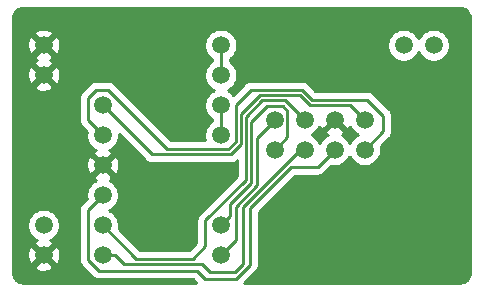
<source format=gbr>
%TF.GenerationSoftware,KiCad,Pcbnew,5.1.9-73d0e3b20d~88~ubuntu20.04.1*%
%TF.CreationDate,2020-12-29T15:57:48-08:00*%
%TF.ProjectId,st_adapter,73745f61-6461-4707-9465-722e6b696361,A*%
%TF.SameCoordinates,Original*%
%TF.FileFunction,Copper,L1,Top*%
%TF.FilePolarity,Positive*%
%FSLAX46Y46*%
G04 Gerber Fmt 4.6, Leading zero omitted, Abs format (unit mm)*
G04 Created by KiCad (PCBNEW 5.1.9-73d0e3b20d~88~ubuntu20.04.1) date 2020-12-29 15:57:48*
%MOMM*%
%LPD*%
G01*
G04 APERTURE LIST*
%TA.AperFunction,ComponentPad*%
%ADD10C,1.520000*%
%TD*%
%TA.AperFunction,ViaPad*%
%ADD11C,0.800000*%
%TD*%
%TA.AperFunction,Conductor*%
%ADD12C,0.250000*%
%TD*%
%TA.AperFunction,Conductor*%
%ADD13C,0.254000*%
%TD*%
%TA.AperFunction,Conductor*%
%ADD14C,0.100000*%
%TD*%
G04 APERTURE END LIST*
D10*
%TO.P,CN2A,102*%
%TO.N,Net-(CN2-Pad102)*%
X101270000Y-91520000D03*
%TO.P,CN2A,101*%
%TO.N,Net-(CN2-Pad101)*%
X98730000Y-91520000D03*
%TO.P,CN2A,52*%
%TO.N,/TX*%
X83250000Y-106760000D03*
%TO.P,CN2A,51*%
%TO.N,/RX*%
X83250000Y-109300000D03*
%TO.P,CN2A,44*%
%TO.N,/SWCLKX*%
X83250000Y-99140000D03*
%TO.P,CN2A,43*%
X83250000Y-96600000D03*
%TO.P,CN2A,42*%
%TO.N,/SWDIOX*%
X83250000Y-94060000D03*
%TO.P,CN2A,41*%
X83250000Y-91520000D03*
%TO.P,CN2A,202*%
%TO.N,Net-(CN2-Pad202)*%
X68250000Y-106760000D03*
%TO.P,CN2A,201*%
%TO.N,/GND*%
X68250000Y-109300000D03*
%TO.P,CN2A,66*%
%TO.N,/SWO*%
X73250000Y-109300000D03*
%TO.P,CN2A,65*%
%TO.N,/NRST*%
X73250000Y-106760000D03*
%TO.P,CN2A,64*%
%TO.N,/SWDIO*%
X73250000Y-104220000D03*
%TO.P,CN2A,63*%
%TO.N,/GND*%
X73250000Y-101680000D03*
%TO.P,CN2A,62*%
%TO.N,/SWCLK*%
X73250000Y-99140000D03*
%TO.P,CN2A,61*%
%TO.N,/3V3*%
X73250000Y-96600000D03*
%TO.P,CN2A,22*%
%TO.N,/GND*%
X68250000Y-94060000D03*
%TO.P,CN2A,21*%
X68250000Y-91520000D03*
%TD*%
%TO.P,CN1,8*%
%TO.N,/TX*%
X87815000Y-100370000D03*
%TO.P,CN1,6*%
%TO.N,/SWO*%
X90355000Y-100370000D03*
%TO.P,CN1,4*%
%TO.N,/SWDIO*%
X92895000Y-100370000D03*
%TO.P,CN1,2*%
%TO.N,/SWCLK*%
X95435000Y-100370000D03*
%TO.P,CN1,7*%
%TO.N,/RX*%
X87815000Y-97830000D03*
%TO.P,CN1,5*%
%TO.N,/NRST*%
X90355000Y-97830000D03*
%TO.P,CN1,3*%
%TO.N,/GND*%
X92895000Y-97830000D03*
%TO.P,CN1,1*%
%TO.N,/3V3*%
X95435000Y-97830000D03*
%TD*%
D11*
%TO.N,/GND*%
X75000000Y-102600000D03*
X91500000Y-94800000D03*
%TD*%
D12*
%TO.N,/TX*%
X84009999Y-106000001D02*
X83250000Y-106760000D01*
X84009999Y-104990001D02*
X84009999Y-106000001D01*
X85850033Y-103149967D02*
X84009999Y-104990001D01*
X85850033Y-98049967D02*
X85850033Y-103149967D01*
X87200000Y-96700000D02*
X85850033Y-98049967D01*
X88900000Y-97100000D02*
X88500000Y-96700000D01*
X88900000Y-99285000D02*
X88900000Y-97100000D01*
X88500000Y-96700000D02*
X87200000Y-96700000D01*
X87815000Y-100370000D02*
X88900000Y-99285000D01*
%TO.N,/SWO*%
X89993589Y-100370000D02*
X85100000Y-105263589D01*
X84463590Y-110700000D02*
X82300000Y-110700000D01*
X85100000Y-105263589D02*
X85100000Y-110063590D01*
X82300000Y-110700000D02*
X81650011Y-110050011D01*
X85100000Y-110063590D02*
X84463590Y-110700000D01*
X81650011Y-110050011D02*
X75074813Y-110050011D01*
X74324802Y-109300000D02*
X73250000Y-109300000D01*
X90355000Y-100370000D02*
X89993589Y-100370000D01*
X75074813Y-110050011D02*
X74324802Y-109300000D01*
%TO.N,/SWDIO*%
X72000000Y-109700000D02*
X72000000Y-105470000D01*
X81200000Y-110600000D02*
X72900000Y-110600000D01*
X72900000Y-110600000D02*
X72000000Y-109700000D01*
X92895000Y-100370000D02*
X91465000Y-101800000D01*
X85700000Y-105300000D02*
X85700000Y-110100000D01*
X81900000Y-111300000D02*
X81200000Y-110600000D01*
X91465000Y-101800000D02*
X89200000Y-101800000D01*
X72000000Y-105470000D02*
X73250000Y-104220000D01*
X89200000Y-101800000D02*
X85700000Y-105300000D01*
X85700000Y-110100000D02*
X84500000Y-111300000D01*
X84500000Y-111300000D02*
X81900000Y-111300000D01*
%TO.N,/SWCLK*%
X72700000Y-95300000D02*
X73700000Y-95300000D01*
X72000000Y-96000000D02*
X72700000Y-95300000D01*
X73250000Y-99140000D02*
X72000000Y-97890000D01*
X85800000Y-95300000D02*
X90126998Y-95300000D01*
X72000000Y-97890000D02*
X72000000Y-96000000D01*
X73700000Y-95300000D02*
X78700000Y-100300000D01*
X97000000Y-97500000D02*
X97000000Y-98805000D01*
X78700000Y-100300000D02*
X83900000Y-100300000D01*
X97000000Y-98805000D02*
X95435000Y-100370000D01*
X95625001Y-96125001D02*
X97000000Y-97500000D01*
X90951999Y-96125001D02*
X95625001Y-96125001D01*
X90126998Y-95300000D02*
X90951999Y-96125001D01*
X84500000Y-96600000D02*
X85800000Y-95300000D01*
X84500000Y-99700000D02*
X84500000Y-96600000D01*
X83900000Y-100300000D02*
X84500000Y-99700000D01*
%TO.N,/RX*%
X83250000Y-109300000D02*
X84500000Y-108050000D01*
X86300044Y-103399956D02*
X86300044Y-99344956D01*
X86300044Y-99344956D02*
X87815000Y-97830000D01*
X84500000Y-108050000D02*
X84500000Y-105200000D01*
X84500000Y-105200000D02*
X86300044Y-103399956D01*
%TO.N,/NRST*%
X90355000Y-97830000D02*
X88725022Y-96200022D01*
X88725022Y-96200022D02*
X86763567Y-96200022D01*
X85400022Y-97563567D02*
X85400022Y-102899978D01*
X86763567Y-96200022D02*
X85400022Y-97563567D01*
X85400022Y-102899978D02*
X81950000Y-106350000D01*
X81950000Y-106350000D02*
X81950000Y-108550000D01*
X80900000Y-109600000D02*
X76090000Y-109600000D01*
X81950000Y-108550000D02*
X80900000Y-109600000D01*
X76090000Y-109600000D02*
X73250000Y-106760000D01*
%TO.N,/3V3*%
X86549989Y-95750011D02*
X89940598Y-95750011D01*
X84086400Y-100750011D02*
X84950011Y-99886400D01*
X84950011Y-99886400D02*
X84950011Y-97349989D01*
X89940598Y-95750011D02*
X90765599Y-96575012D01*
X73250000Y-96600000D02*
X77400011Y-100750011D01*
X77400011Y-100750011D02*
X84086400Y-100750011D01*
X84950011Y-97349989D02*
X86549989Y-95750011D01*
X94180012Y-96575012D02*
X95435000Y-97830000D01*
X90765599Y-96575012D02*
X94180012Y-96575012D01*
%TO.N,/SWCLKX*%
X83250000Y-99140000D02*
X83250000Y-96600000D01*
%TO.N,/SWDIOX*%
X83250000Y-94060000D02*
X83250000Y-91520000D01*
%TD*%
D13*
%TO.N,/GND*%
X103611703Y-88390542D02*
X103611705Y-88390542D01*
X103659926Y-88394251D01*
X103711037Y-88406046D01*
X103778418Y-88428506D01*
X103855168Y-88460486D01*
X103924388Y-88495096D01*
X103975561Y-88527661D01*
X104032739Y-88573404D01*
X104092665Y-88627337D01*
X104146606Y-88687271D01*
X104192338Y-88744437D01*
X104224904Y-88795612D01*
X104259514Y-88864832D01*
X104291495Y-88941585D01*
X104313954Y-89008964D01*
X104325749Y-89060074D01*
X104329458Y-89108295D01*
X104329458Y-89108296D01*
X104340001Y-89245354D01*
X104340000Y-110754659D01*
X104329458Y-110891703D01*
X104325749Y-110939926D01*
X104313954Y-110991036D01*
X104291495Y-111058415D01*
X104259514Y-111135168D01*
X104224904Y-111204388D01*
X104192338Y-111255563D01*
X104146606Y-111312729D01*
X104092665Y-111372663D01*
X104032739Y-111426596D01*
X103975561Y-111472339D01*
X103924388Y-111504904D01*
X103855168Y-111539514D01*
X103778418Y-111571494D01*
X103711037Y-111593954D01*
X103659926Y-111605749D01*
X103611705Y-111609458D01*
X103611703Y-111609458D01*
X103474659Y-111620000D01*
X85254801Y-111620000D01*
X86211003Y-110663799D01*
X86240001Y-110640001D01*
X86334974Y-110524276D01*
X86405546Y-110392247D01*
X86449003Y-110248986D01*
X86460000Y-110137333D01*
X86460000Y-110137324D01*
X86463676Y-110100001D01*
X86460000Y-110062678D01*
X86460000Y-105614801D01*
X89514803Y-102560000D01*
X91427678Y-102560000D01*
X91465000Y-102563676D01*
X91502322Y-102560000D01*
X91502333Y-102560000D01*
X91613986Y-102549003D01*
X91757247Y-102505546D01*
X91889276Y-102434974D01*
X92005001Y-102340001D01*
X92028803Y-102310998D01*
X92605131Y-101734671D01*
X92757604Y-101765000D01*
X93032396Y-101765000D01*
X93301907Y-101711391D01*
X93555780Y-101606233D01*
X93784261Y-101453567D01*
X93978567Y-101259261D01*
X94131233Y-101030780D01*
X94165000Y-100949260D01*
X94198767Y-101030780D01*
X94351433Y-101259261D01*
X94545739Y-101453567D01*
X94774220Y-101606233D01*
X95028093Y-101711391D01*
X95297604Y-101765000D01*
X95572396Y-101765000D01*
X95841907Y-101711391D01*
X96095780Y-101606233D01*
X96324261Y-101453567D01*
X96518567Y-101259261D01*
X96671233Y-101030780D01*
X96776391Y-100776907D01*
X96830000Y-100507396D01*
X96830000Y-100232604D01*
X96799671Y-100080130D01*
X97511003Y-99368799D01*
X97540001Y-99345001D01*
X97634974Y-99229276D01*
X97705546Y-99097247D01*
X97749003Y-98953986D01*
X97760000Y-98842333D01*
X97760000Y-98842324D01*
X97763676Y-98805001D01*
X97760000Y-98767678D01*
X97760000Y-97537322D01*
X97763676Y-97499999D01*
X97760000Y-97462676D01*
X97760000Y-97462667D01*
X97749003Y-97351014D01*
X97705546Y-97207753D01*
X97634974Y-97075724D01*
X97540001Y-96959999D01*
X97511004Y-96936202D01*
X96188805Y-95614004D01*
X96165002Y-95585000D01*
X96049277Y-95490027D01*
X95917248Y-95419455D01*
X95773987Y-95375998D01*
X95662334Y-95365001D01*
X95662323Y-95365001D01*
X95625001Y-95361325D01*
X95587679Y-95365001D01*
X91266801Y-95365001D01*
X90690801Y-94789002D01*
X90666999Y-94759999D01*
X90551274Y-94665026D01*
X90419245Y-94594454D01*
X90275984Y-94550997D01*
X90164331Y-94540000D01*
X90164320Y-94540000D01*
X90126998Y-94536324D01*
X90089676Y-94540000D01*
X85837325Y-94540000D01*
X85800000Y-94536324D01*
X85762675Y-94540000D01*
X85762667Y-94540000D01*
X85651014Y-94550997D01*
X85507753Y-94594454D01*
X85375724Y-94665026D01*
X85259999Y-94759999D01*
X85236201Y-94788997D01*
X84324013Y-95701185D01*
X84139261Y-95516433D01*
X83910780Y-95363767D01*
X83829260Y-95330000D01*
X83910780Y-95296233D01*
X84139261Y-95143567D01*
X84333567Y-94949261D01*
X84486233Y-94720780D01*
X84591391Y-94466907D01*
X84645000Y-94197396D01*
X84645000Y-93922604D01*
X84591391Y-93653093D01*
X84486233Y-93399220D01*
X84333567Y-93170739D01*
X84139261Y-92976433D01*
X84010000Y-92890064D01*
X84010000Y-92689936D01*
X84139261Y-92603567D01*
X84333567Y-92409261D01*
X84486233Y-92180780D01*
X84591391Y-91926907D01*
X84645000Y-91657396D01*
X84645000Y-91382604D01*
X97335000Y-91382604D01*
X97335000Y-91657396D01*
X97388609Y-91926907D01*
X97493767Y-92180780D01*
X97646433Y-92409261D01*
X97840739Y-92603567D01*
X98069220Y-92756233D01*
X98323093Y-92861391D01*
X98592604Y-92915000D01*
X98867396Y-92915000D01*
X99136907Y-92861391D01*
X99390780Y-92756233D01*
X99619261Y-92603567D01*
X99813567Y-92409261D01*
X99966233Y-92180780D01*
X100000000Y-92099260D01*
X100033767Y-92180780D01*
X100186433Y-92409261D01*
X100380739Y-92603567D01*
X100609220Y-92756233D01*
X100863093Y-92861391D01*
X101132604Y-92915000D01*
X101407396Y-92915000D01*
X101676907Y-92861391D01*
X101930780Y-92756233D01*
X102159261Y-92603567D01*
X102353567Y-92409261D01*
X102506233Y-92180780D01*
X102611391Y-91926907D01*
X102665000Y-91657396D01*
X102665000Y-91382604D01*
X102611391Y-91113093D01*
X102506233Y-90859220D01*
X102353567Y-90630739D01*
X102159261Y-90436433D01*
X101930780Y-90283767D01*
X101676907Y-90178609D01*
X101407396Y-90125000D01*
X101132604Y-90125000D01*
X100863093Y-90178609D01*
X100609220Y-90283767D01*
X100380739Y-90436433D01*
X100186433Y-90630739D01*
X100033767Y-90859220D01*
X100000000Y-90940740D01*
X99966233Y-90859220D01*
X99813567Y-90630739D01*
X99619261Y-90436433D01*
X99390780Y-90283767D01*
X99136907Y-90178609D01*
X98867396Y-90125000D01*
X98592604Y-90125000D01*
X98323093Y-90178609D01*
X98069220Y-90283767D01*
X97840739Y-90436433D01*
X97646433Y-90630739D01*
X97493767Y-90859220D01*
X97388609Y-91113093D01*
X97335000Y-91382604D01*
X84645000Y-91382604D01*
X84591391Y-91113093D01*
X84486233Y-90859220D01*
X84333567Y-90630739D01*
X84139261Y-90436433D01*
X83910780Y-90283767D01*
X83656907Y-90178609D01*
X83387396Y-90125000D01*
X83112604Y-90125000D01*
X82843093Y-90178609D01*
X82589220Y-90283767D01*
X82360739Y-90436433D01*
X82166433Y-90630739D01*
X82013767Y-90859220D01*
X81908609Y-91113093D01*
X81855000Y-91382604D01*
X81855000Y-91657396D01*
X81908609Y-91926907D01*
X82013767Y-92180780D01*
X82166433Y-92409261D01*
X82360739Y-92603567D01*
X82490001Y-92689937D01*
X82490000Y-92890063D01*
X82360739Y-92976433D01*
X82166433Y-93170739D01*
X82013767Y-93399220D01*
X81908609Y-93653093D01*
X81855000Y-93922604D01*
X81855000Y-94197396D01*
X81908609Y-94466907D01*
X82013767Y-94720780D01*
X82166433Y-94949261D01*
X82360739Y-95143567D01*
X82589220Y-95296233D01*
X82670740Y-95330000D01*
X82589220Y-95363767D01*
X82360739Y-95516433D01*
X82166433Y-95710739D01*
X82013767Y-95939220D01*
X81908609Y-96193093D01*
X81855000Y-96462604D01*
X81855000Y-96737396D01*
X81908609Y-97006907D01*
X82013767Y-97260780D01*
X82166433Y-97489261D01*
X82360739Y-97683567D01*
X82490001Y-97769937D01*
X82490000Y-97970063D01*
X82360739Y-98056433D01*
X82166433Y-98250739D01*
X82013767Y-98479220D01*
X81908609Y-98733093D01*
X81855000Y-99002604D01*
X81855000Y-99277396D01*
X81907235Y-99540000D01*
X79014802Y-99540000D01*
X74263804Y-94789003D01*
X74240001Y-94759999D01*
X74124276Y-94665026D01*
X73992247Y-94594454D01*
X73848986Y-94550997D01*
X73737333Y-94540000D01*
X73737322Y-94540000D01*
X73700000Y-94536324D01*
X73662678Y-94540000D01*
X72737322Y-94540000D01*
X72699999Y-94536324D01*
X72662676Y-94540000D01*
X72662667Y-94540000D01*
X72551014Y-94550997D01*
X72407753Y-94594454D01*
X72275724Y-94665026D01*
X72275722Y-94665027D01*
X72275723Y-94665027D01*
X72188996Y-94736201D01*
X72188992Y-94736205D01*
X72159999Y-94759999D01*
X72136205Y-94788992D01*
X71488997Y-95436201D01*
X71460000Y-95459999D01*
X71436202Y-95488997D01*
X71436201Y-95488998D01*
X71365026Y-95575724D01*
X71294454Y-95707754D01*
X71281636Y-95750011D01*
X71250998Y-95851014D01*
X71245407Y-95907776D01*
X71236324Y-96000000D01*
X71240001Y-96037332D01*
X71240000Y-97852677D01*
X71236324Y-97890000D01*
X71240000Y-97927322D01*
X71240000Y-97927332D01*
X71250997Y-98038985D01*
X71291897Y-98173817D01*
X71294454Y-98182246D01*
X71365026Y-98314276D01*
X71375668Y-98327243D01*
X71459999Y-98430001D01*
X71489003Y-98453804D01*
X71885329Y-98850130D01*
X71855000Y-99002604D01*
X71855000Y-99277396D01*
X71908609Y-99546907D01*
X72013767Y-99800780D01*
X72166433Y-100029261D01*
X72360739Y-100223567D01*
X72589220Y-100376233D01*
X72665501Y-100407830D01*
X72647674Y-100414256D01*
X72532206Y-100475975D01*
X72465469Y-100715863D01*
X73250000Y-101500395D01*
X74034531Y-100715863D01*
X73967794Y-100475975D01*
X73828293Y-100410400D01*
X73910780Y-100376233D01*
X74139261Y-100223567D01*
X74333567Y-100029261D01*
X74486233Y-99800780D01*
X74591391Y-99546907D01*
X74645000Y-99277396D01*
X74645000Y-99069801D01*
X76836212Y-101261014D01*
X76860010Y-101290012D01*
X76975735Y-101384985D01*
X77107764Y-101455557D01*
X77251025Y-101499014D01*
X77362678Y-101510011D01*
X77362688Y-101510011D01*
X77400011Y-101513687D01*
X77437334Y-101510011D01*
X84049078Y-101510011D01*
X84086400Y-101513687D01*
X84123722Y-101510011D01*
X84123733Y-101510011D01*
X84235386Y-101499014D01*
X84378647Y-101455557D01*
X84510676Y-101384985D01*
X84626401Y-101290012D01*
X84640023Y-101273414D01*
X84640023Y-102585175D01*
X81439003Y-105786196D01*
X81409999Y-105809999D01*
X81354871Y-105877174D01*
X81315026Y-105925724D01*
X81277289Y-105996324D01*
X81244454Y-106057754D01*
X81200997Y-106201015D01*
X81190000Y-106312668D01*
X81190000Y-106312678D01*
X81186324Y-106350000D01*
X81190000Y-106387323D01*
X81190001Y-108235197D01*
X80585199Y-108840000D01*
X76404802Y-108840000D01*
X74614671Y-107049870D01*
X74645000Y-106897396D01*
X74645000Y-106622604D01*
X74591391Y-106353093D01*
X74486233Y-106099220D01*
X74333567Y-105870739D01*
X74139261Y-105676433D01*
X73910780Y-105523767D01*
X73829260Y-105490000D01*
X73910780Y-105456233D01*
X74139261Y-105303567D01*
X74333567Y-105109261D01*
X74486233Y-104880780D01*
X74591391Y-104626907D01*
X74645000Y-104357396D01*
X74645000Y-104082604D01*
X74591391Y-103813093D01*
X74486233Y-103559220D01*
X74333567Y-103330739D01*
X74139261Y-103136433D01*
X73910780Y-102983767D01*
X73834499Y-102952170D01*
X73852326Y-102945744D01*
X73967794Y-102884025D01*
X74034531Y-102644137D01*
X73250000Y-101859605D01*
X72465469Y-102644137D01*
X72532206Y-102884025D01*
X72671707Y-102949600D01*
X72589220Y-102983767D01*
X72360739Y-103136433D01*
X72166433Y-103330739D01*
X72013767Y-103559220D01*
X71908609Y-103813093D01*
X71855000Y-104082604D01*
X71855000Y-104357396D01*
X71885329Y-104509870D01*
X71488998Y-104906201D01*
X71460000Y-104929999D01*
X71436202Y-104958997D01*
X71436201Y-104958998D01*
X71365026Y-105045724D01*
X71294454Y-105177754D01*
X71272236Y-105250999D01*
X71256291Y-105303567D01*
X71250998Y-105321015D01*
X71236324Y-105470000D01*
X71240001Y-105507332D01*
X71240000Y-109662677D01*
X71236324Y-109700000D01*
X71240000Y-109737322D01*
X71240000Y-109737332D01*
X71250997Y-109848985D01*
X71281947Y-109951015D01*
X71294454Y-109992246D01*
X71365026Y-110124276D01*
X71397462Y-110163799D01*
X71459999Y-110240001D01*
X71489002Y-110263803D01*
X72336200Y-111111002D01*
X72359999Y-111140001D01*
X72475724Y-111234974D01*
X72607753Y-111305546D01*
X72751014Y-111349003D01*
X72862667Y-111360000D01*
X72862676Y-111360000D01*
X72899999Y-111363676D01*
X72937322Y-111360000D01*
X80885198Y-111360000D01*
X81145198Y-111620000D01*
X66525341Y-111620000D01*
X66388296Y-111609458D01*
X66388295Y-111609458D01*
X66340074Y-111605749D01*
X66288964Y-111593954D01*
X66221585Y-111571495D01*
X66144832Y-111539514D01*
X66075612Y-111504904D01*
X66024437Y-111472338D01*
X65967271Y-111426606D01*
X65907337Y-111372665D01*
X65853404Y-111312739D01*
X65807661Y-111255561D01*
X65775096Y-111204388D01*
X65740486Y-111135168D01*
X65708506Y-111058418D01*
X65686046Y-110991037D01*
X65674251Y-110939926D01*
X65670542Y-110891703D01*
X65660000Y-110754659D01*
X65660000Y-110264137D01*
X67465469Y-110264137D01*
X67532206Y-110504025D01*
X67780892Y-110620924D01*
X68047606Y-110687061D01*
X68322097Y-110699895D01*
X68593817Y-110658931D01*
X68852326Y-110565744D01*
X68967794Y-110504025D01*
X69034531Y-110264137D01*
X68250000Y-109479605D01*
X67465469Y-110264137D01*
X65660000Y-110264137D01*
X65660000Y-109372097D01*
X66850105Y-109372097D01*
X66891069Y-109643817D01*
X66984256Y-109902326D01*
X67045975Y-110017794D01*
X67285863Y-110084531D01*
X68070395Y-109300000D01*
X68429605Y-109300000D01*
X69214137Y-110084531D01*
X69454025Y-110017794D01*
X69570924Y-109769108D01*
X69637061Y-109502394D01*
X69649895Y-109227903D01*
X69608931Y-108956183D01*
X69515744Y-108697674D01*
X69454025Y-108582206D01*
X69214137Y-108515469D01*
X68429605Y-109300000D01*
X68070395Y-109300000D01*
X67285863Y-108515469D01*
X67045975Y-108582206D01*
X66929076Y-108830892D01*
X66862939Y-109097606D01*
X66850105Y-109372097D01*
X65660000Y-109372097D01*
X65660000Y-106622604D01*
X66855000Y-106622604D01*
X66855000Y-106897396D01*
X66908609Y-107166907D01*
X67013767Y-107420780D01*
X67166433Y-107649261D01*
X67360739Y-107843567D01*
X67589220Y-107996233D01*
X67665501Y-108027830D01*
X67647674Y-108034256D01*
X67532206Y-108095975D01*
X67465469Y-108335863D01*
X68250000Y-109120395D01*
X69034531Y-108335863D01*
X68967794Y-108095975D01*
X68828293Y-108030400D01*
X68910780Y-107996233D01*
X69139261Y-107843567D01*
X69333567Y-107649261D01*
X69486233Y-107420780D01*
X69591391Y-107166907D01*
X69645000Y-106897396D01*
X69645000Y-106622604D01*
X69591391Y-106353093D01*
X69486233Y-106099220D01*
X69333567Y-105870739D01*
X69139261Y-105676433D01*
X68910780Y-105523767D01*
X68656907Y-105418609D01*
X68387396Y-105365000D01*
X68112604Y-105365000D01*
X67843093Y-105418609D01*
X67589220Y-105523767D01*
X67360739Y-105676433D01*
X67166433Y-105870739D01*
X67013767Y-106099220D01*
X66908609Y-106353093D01*
X66855000Y-106622604D01*
X65660000Y-106622604D01*
X65660000Y-101752097D01*
X71850105Y-101752097D01*
X71891069Y-102023817D01*
X71984256Y-102282326D01*
X72045975Y-102397794D01*
X72285863Y-102464531D01*
X73070395Y-101680000D01*
X73429605Y-101680000D01*
X74214137Y-102464531D01*
X74454025Y-102397794D01*
X74570924Y-102149108D01*
X74637061Y-101882394D01*
X74649895Y-101607903D01*
X74608931Y-101336183D01*
X74515744Y-101077674D01*
X74454025Y-100962206D01*
X74214137Y-100895469D01*
X73429605Y-101680000D01*
X73070395Y-101680000D01*
X72285863Y-100895469D01*
X72045975Y-100962206D01*
X71929076Y-101210892D01*
X71862939Y-101477606D01*
X71850105Y-101752097D01*
X65660000Y-101752097D01*
X65660000Y-95024137D01*
X67465469Y-95024137D01*
X67532206Y-95264025D01*
X67780892Y-95380924D01*
X68047606Y-95447061D01*
X68322097Y-95459895D01*
X68593817Y-95418931D01*
X68852326Y-95325744D01*
X68967794Y-95264025D01*
X69034531Y-95024137D01*
X68250000Y-94239605D01*
X67465469Y-95024137D01*
X65660000Y-95024137D01*
X65660000Y-94132097D01*
X66850105Y-94132097D01*
X66891069Y-94403817D01*
X66984256Y-94662326D01*
X67045975Y-94777794D01*
X67285863Y-94844531D01*
X68070395Y-94060000D01*
X68429605Y-94060000D01*
X69214137Y-94844531D01*
X69454025Y-94777794D01*
X69570924Y-94529108D01*
X69637061Y-94262394D01*
X69649895Y-93987903D01*
X69608931Y-93716183D01*
X69515744Y-93457674D01*
X69454025Y-93342206D01*
X69214137Y-93275469D01*
X68429605Y-94060000D01*
X68070395Y-94060000D01*
X67285863Y-93275469D01*
X67045975Y-93342206D01*
X66929076Y-93590892D01*
X66862939Y-93857606D01*
X66850105Y-94132097D01*
X65660000Y-94132097D01*
X65660000Y-92484137D01*
X67465469Y-92484137D01*
X67532206Y-92724025D01*
X67666882Y-92787332D01*
X67647674Y-92794256D01*
X67532206Y-92855975D01*
X67465469Y-93095863D01*
X68250000Y-93880395D01*
X69034531Y-93095863D01*
X68967794Y-92855975D01*
X68833118Y-92792668D01*
X68852326Y-92785744D01*
X68967794Y-92724025D01*
X69034531Y-92484137D01*
X68250000Y-91699605D01*
X67465469Y-92484137D01*
X65660000Y-92484137D01*
X65660000Y-91592097D01*
X66850105Y-91592097D01*
X66891069Y-91863817D01*
X66984256Y-92122326D01*
X67045975Y-92237794D01*
X67285863Y-92304531D01*
X68070395Y-91520000D01*
X68429605Y-91520000D01*
X69214137Y-92304531D01*
X69454025Y-92237794D01*
X69570924Y-91989108D01*
X69637061Y-91722394D01*
X69649895Y-91447903D01*
X69608931Y-91176183D01*
X69515744Y-90917674D01*
X69454025Y-90802206D01*
X69214137Y-90735469D01*
X68429605Y-91520000D01*
X68070395Y-91520000D01*
X67285863Y-90735469D01*
X67045975Y-90802206D01*
X66929076Y-91050892D01*
X66862939Y-91317606D01*
X66850105Y-91592097D01*
X65660000Y-91592097D01*
X65660000Y-90555863D01*
X67465469Y-90555863D01*
X68250000Y-91340395D01*
X69034531Y-90555863D01*
X68967794Y-90315975D01*
X68719108Y-90199076D01*
X68452394Y-90132939D01*
X68177903Y-90120105D01*
X67906183Y-90161069D01*
X67647674Y-90254256D01*
X67532206Y-90315975D01*
X67465469Y-90555863D01*
X65660000Y-90555863D01*
X65660000Y-89245341D01*
X65670542Y-89108297D01*
X65670542Y-89108295D01*
X65674251Y-89060074D01*
X65686046Y-89008963D01*
X65708506Y-88941582D01*
X65740486Y-88864832D01*
X65775096Y-88795612D01*
X65807661Y-88744439D01*
X65853404Y-88687261D01*
X65907337Y-88627335D01*
X65967271Y-88573394D01*
X66024437Y-88527662D01*
X66075612Y-88495096D01*
X66144832Y-88460486D01*
X66221585Y-88428505D01*
X66288964Y-88406046D01*
X66340074Y-88394251D01*
X66388295Y-88390542D01*
X66388296Y-88390542D01*
X66525341Y-88380000D01*
X103474659Y-88380000D01*
X103611703Y-88390542D01*
%TA.AperFunction,Conductor*%
D14*
G36*
X103611703Y-88390542D02*
G01*
X103611705Y-88390542D01*
X103659926Y-88394251D01*
X103711037Y-88406046D01*
X103778418Y-88428506D01*
X103855168Y-88460486D01*
X103924388Y-88495096D01*
X103975561Y-88527661D01*
X104032739Y-88573404D01*
X104092665Y-88627337D01*
X104146606Y-88687271D01*
X104192338Y-88744437D01*
X104224904Y-88795612D01*
X104259514Y-88864832D01*
X104291495Y-88941585D01*
X104313954Y-89008964D01*
X104325749Y-89060074D01*
X104329458Y-89108295D01*
X104329458Y-89108296D01*
X104340001Y-89245354D01*
X104340000Y-110754659D01*
X104329458Y-110891703D01*
X104325749Y-110939926D01*
X104313954Y-110991036D01*
X104291495Y-111058415D01*
X104259514Y-111135168D01*
X104224904Y-111204388D01*
X104192338Y-111255563D01*
X104146606Y-111312729D01*
X104092665Y-111372663D01*
X104032739Y-111426596D01*
X103975561Y-111472339D01*
X103924388Y-111504904D01*
X103855168Y-111539514D01*
X103778418Y-111571494D01*
X103711037Y-111593954D01*
X103659926Y-111605749D01*
X103611705Y-111609458D01*
X103611703Y-111609458D01*
X103474659Y-111620000D01*
X85254801Y-111620000D01*
X86211003Y-110663799D01*
X86240001Y-110640001D01*
X86334974Y-110524276D01*
X86405546Y-110392247D01*
X86449003Y-110248986D01*
X86460000Y-110137333D01*
X86460000Y-110137324D01*
X86463676Y-110100001D01*
X86460000Y-110062678D01*
X86460000Y-105614801D01*
X89514803Y-102560000D01*
X91427678Y-102560000D01*
X91465000Y-102563676D01*
X91502322Y-102560000D01*
X91502333Y-102560000D01*
X91613986Y-102549003D01*
X91757247Y-102505546D01*
X91889276Y-102434974D01*
X92005001Y-102340001D01*
X92028803Y-102310998D01*
X92605131Y-101734671D01*
X92757604Y-101765000D01*
X93032396Y-101765000D01*
X93301907Y-101711391D01*
X93555780Y-101606233D01*
X93784261Y-101453567D01*
X93978567Y-101259261D01*
X94131233Y-101030780D01*
X94165000Y-100949260D01*
X94198767Y-101030780D01*
X94351433Y-101259261D01*
X94545739Y-101453567D01*
X94774220Y-101606233D01*
X95028093Y-101711391D01*
X95297604Y-101765000D01*
X95572396Y-101765000D01*
X95841907Y-101711391D01*
X96095780Y-101606233D01*
X96324261Y-101453567D01*
X96518567Y-101259261D01*
X96671233Y-101030780D01*
X96776391Y-100776907D01*
X96830000Y-100507396D01*
X96830000Y-100232604D01*
X96799671Y-100080130D01*
X97511003Y-99368799D01*
X97540001Y-99345001D01*
X97634974Y-99229276D01*
X97705546Y-99097247D01*
X97749003Y-98953986D01*
X97760000Y-98842333D01*
X97760000Y-98842324D01*
X97763676Y-98805001D01*
X97760000Y-98767678D01*
X97760000Y-97537322D01*
X97763676Y-97499999D01*
X97760000Y-97462676D01*
X97760000Y-97462667D01*
X97749003Y-97351014D01*
X97705546Y-97207753D01*
X97634974Y-97075724D01*
X97540001Y-96959999D01*
X97511004Y-96936202D01*
X96188805Y-95614004D01*
X96165002Y-95585000D01*
X96049277Y-95490027D01*
X95917248Y-95419455D01*
X95773987Y-95375998D01*
X95662334Y-95365001D01*
X95662323Y-95365001D01*
X95625001Y-95361325D01*
X95587679Y-95365001D01*
X91266801Y-95365001D01*
X90690801Y-94789002D01*
X90666999Y-94759999D01*
X90551274Y-94665026D01*
X90419245Y-94594454D01*
X90275984Y-94550997D01*
X90164331Y-94540000D01*
X90164320Y-94540000D01*
X90126998Y-94536324D01*
X90089676Y-94540000D01*
X85837325Y-94540000D01*
X85800000Y-94536324D01*
X85762675Y-94540000D01*
X85762667Y-94540000D01*
X85651014Y-94550997D01*
X85507753Y-94594454D01*
X85375724Y-94665026D01*
X85259999Y-94759999D01*
X85236201Y-94788997D01*
X84324013Y-95701185D01*
X84139261Y-95516433D01*
X83910780Y-95363767D01*
X83829260Y-95330000D01*
X83910780Y-95296233D01*
X84139261Y-95143567D01*
X84333567Y-94949261D01*
X84486233Y-94720780D01*
X84591391Y-94466907D01*
X84645000Y-94197396D01*
X84645000Y-93922604D01*
X84591391Y-93653093D01*
X84486233Y-93399220D01*
X84333567Y-93170739D01*
X84139261Y-92976433D01*
X84010000Y-92890064D01*
X84010000Y-92689936D01*
X84139261Y-92603567D01*
X84333567Y-92409261D01*
X84486233Y-92180780D01*
X84591391Y-91926907D01*
X84645000Y-91657396D01*
X84645000Y-91382604D01*
X97335000Y-91382604D01*
X97335000Y-91657396D01*
X97388609Y-91926907D01*
X97493767Y-92180780D01*
X97646433Y-92409261D01*
X97840739Y-92603567D01*
X98069220Y-92756233D01*
X98323093Y-92861391D01*
X98592604Y-92915000D01*
X98867396Y-92915000D01*
X99136907Y-92861391D01*
X99390780Y-92756233D01*
X99619261Y-92603567D01*
X99813567Y-92409261D01*
X99966233Y-92180780D01*
X100000000Y-92099260D01*
X100033767Y-92180780D01*
X100186433Y-92409261D01*
X100380739Y-92603567D01*
X100609220Y-92756233D01*
X100863093Y-92861391D01*
X101132604Y-92915000D01*
X101407396Y-92915000D01*
X101676907Y-92861391D01*
X101930780Y-92756233D01*
X102159261Y-92603567D01*
X102353567Y-92409261D01*
X102506233Y-92180780D01*
X102611391Y-91926907D01*
X102665000Y-91657396D01*
X102665000Y-91382604D01*
X102611391Y-91113093D01*
X102506233Y-90859220D01*
X102353567Y-90630739D01*
X102159261Y-90436433D01*
X101930780Y-90283767D01*
X101676907Y-90178609D01*
X101407396Y-90125000D01*
X101132604Y-90125000D01*
X100863093Y-90178609D01*
X100609220Y-90283767D01*
X100380739Y-90436433D01*
X100186433Y-90630739D01*
X100033767Y-90859220D01*
X100000000Y-90940740D01*
X99966233Y-90859220D01*
X99813567Y-90630739D01*
X99619261Y-90436433D01*
X99390780Y-90283767D01*
X99136907Y-90178609D01*
X98867396Y-90125000D01*
X98592604Y-90125000D01*
X98323093Y-90178609D01*
X98069220Y-90283767D01*
X97840739Y-90436433D01*
X97646433Y-90630739D01*
X97493767Y-90859220D01*
X97388609Y-91113093D01*
X97335000Y-91382604D01*
X84645000Y-91382604D01*
X84591391Y-91113093D01*
X84486233Y-90859220D01*
X84333567Y-90630739D01*
X84139261Y-90436433D01*
X83910780Y-90283767D01*
X83656907Y-90178609D01*
X83387396Y-90125000D01*
X83112604Y-90125000D01*
X82843093Y-90178609D01*
X82589220Y-90283767D01*
X82360739Y-90436433D01*
X82166433Y-90630739D01*
X82013767Y-90859220D01*
X81908609Y-91113093D01*
X81855000Y-91382604D01*
X81855000Y-91657396D01*
X81908609Y-91926907D01*
X82013767Y-92180780D01*
X82166433Y-92409261D01*
X82360739Y-92603567D01*
X82490001Y-92689937D01*
X82490000Y-92890063D01*
X82360739Y-92976433D01*
X82166433Y-93170739D01*
X82013767Y-93399220D01*
X81908609Y-93653093D01*
X81855000Y-93922604D01*
X81855000Y-94197396D01*
X81908609Y-94466907D01*
X82013767Y-94720780D01*
X82166433Y-94949261D01*
X82360739Y-95143567D01*
X82589220Y-95296233D01*
X82670740Y-95330000D01*
X82589220Y-95363767D01*
X82360739Y-95516433D01*
X82166433Y-95710739D01*
X82013767Y-95939220D01*
X81908609Y-96193093D01*
X81855000Y-96462604D01*
X81855000Y-96737396D01*
X81908609Y-97006907D01*
X82013767Y-97260780D01*
X82166433Y-97489261D01*
X82360739Y-97683567D01*
X82490001Y-97769937D01*
X82490000Y-97970063D01*
X82360739Y-98056433D01*
X82166433Y-98250739D01*
X82013767Y-98479220D01*
X81908609Y-98733093D01*
X81855000Y-99002604D01*
X81855000Y-99277396D01*
X81907235Y-99540000D01*
X79014802Y-99540000D01*
X74263804Y-94789003D01*
X74240001Y-94759999D01*
X74124276Y-94665026D01*
X73992247Y-94594454D01*
X73848986Y-94550997D01*
X73737333Y-94540000D01*
X73737322Y-94540000D01*
X73700000Y-94536324D01*
X73662678Y-94540000D01*
X72737322Y-94540000D01*
X72699999Y-94536324D01*
X72662676Y-94540000D01*
X72662667Y-94540000D01*
X72551014Y-94550997D01*
X72407753Y-94594454D01*
X72275724Y-94665026D01*
X72275722Y-94665027D01*
X72275723Y-94665027D01*
X72188996Y-94736201D01*
X72188992Y-94736205D01*
X72159999Y-94759999D01*
X72136205Y-94788992D01*
X71488997Y-95436201D01*
X71460000Y-95459999D01*
X71436202Y-95488997D01*
X71436201Y-95488998D01*
X71365026Y-95575724D01*
X71294454Y-95707754D01*
X71281636Y-95750011D01*
X71250998Y-95851014D01*
X71245407Y-95907776D01*
X71236324Y-96000000D01*
X71240001Y-96037332D01*
X71240000Y-97852677D01*
X71236324Y-97890000D01*
X71240000Y-97927322D01*
X71240000Y-97927332D01*
X71250997Y-98038985D01*
X71291897Y-98173817D01*
X71294454Y-98182246D01*
X71365026Y-98314276D01*
X71375668Y-98327243D01*
X71459999Y-98430001D01*
X71489003Y-98453804D01*
X71885329Y-98850130D01*
X71855000Y-99002604D01*
X71855000Y-99277396D01*
X71908609Y-99546907D01*
X72013767Y-99800780D01*
X72166433Y-100029261D01*
X72360739Y-100223567D01*
X72589220Y-100376233D01*
X72665501Y-100407830D01*
X72647674Y-100414256D01*
X72532206Y-100475975D01*
X72465469Y-100715863D01*
X73250000Y-101500395D01*
X74034531Y-100715863D01*
X73967794Y-100475975D01*
X73828293Y-100410400D01*
X73910780Y-100376233D01*
X74139261Y-100223567D01*
X74333567Y-100029261D01*
X74486233Y-99800780D01*
X74591391Y-99546907D01*
X74645000Y-99277396D01*
X74645000Y-99069801D01*
X76836212Y-101261014D01*
X76860010Y-101290012D01*
X76975735Y-101384985D01*
X77107764Y-101455557D01*
X77251025Y-101499014D01*
X77362678Y-101510011D01*
X77362688Y-101510011D01*
X77400011Y-101513687D01*
X77437334Y-101510011D01*
X84049078Y-101510011D01*
X84086400Y-101513687D01*
X84123722Y-101510011D01*
X84123733Y-101510011D01*
X84235386Y-101499014D01*
X84378647Y-101455557D01*
X84510676Y-101384985D01*
X84626401Y-101290012D01*
X84640023Y-101273414D01*
X84640023Y-102585175D01*
X81439003Y-105786196D01*
X81409999Y-105809999D01*
X81354871Y-105877174D01*
X81315026Y-105925724D01*
X81277289Y-105996324D01*
X81244454Y-106057754D01*
X81200997Y-106201015D01*
X81190000Y-106312668D01*
X81190000Y-106312678D01*
X81186324Y-106350000D01*
X81190000Y-106387323D01*
X81190001Y-108235197D01*
X80585199Y-108840000D01*
X76404802Y-108840000D01*
X74614671Y-107049870D01*
X74645000Y-106897396D01*
X74645000Y-106622604D01*
X74591391Y-106353093D01*
X74486233Y-106099220D01*
X74333567Y-105870739D01*
X74139261Y-105676433D01*
X73910780Y-105523767D01*
X73829260Y-105490000D01*
X73910780Y-105456233D01*
X74139261Y-105303567D01*
X74333567Y-105109261D01*
X74486233Y-104880780D01*
X74591391Y-104626907D01*
X74645000Y-104357396D01*
X74645000Y-104082604D01*
X74591391Y-103813093D01*
X74486233Y-103559220D01*
X74333567Y-103330739D01*
X74139261Y-103136433D01*
X73910780Y-102983767D01*
X73834499Y-102952170D01*
X73852326Y-102945744D01*
X73967794Y-102884025D01*
X74034531Y-102644137D01*
X73250000Y-101859605D01*
X72465469Y-102644137D01*
X72532206Y-102884025D01*
X72671707Y-102949600D01*
X72589220Y-102983767D01*
X72360739Y-103136433D01*
X72166433Y-103330739D01*
X72013767Y-103559220D01*
X71908609Y-103813093D01*
X71855000Y-104082604D01*
X71855000Y-104357396D01*
X71885329Y-104509870D01*
X71488998Y-104906201D01*
X71460000Y-104929999D01*
X71436202Y-104958997D01*
X71436201Y-104958998D01*
X71365026Y-105045724D01*
X71294454Y-105177754D01*
X71272236Y-105250999D01*
X71256291Y-105303567D01*
X71250998Y-105321015D01*
X71236324Y-105470000D01*
X71240001Y-105507332D01*
X71240000Y-109662677D01*
X71236324Y-109700000D01*
X71240000Y-109737322D01*
X71240000Y-109737332D01*
X71250997Y-109848985D01*
X71281947Y-109951015D01*
X71294454Y-109992246D01*
X71365026Y-110124276D01*
X71397462Y-110163799D01*
X71459999Y-110240001D01*
X71489002Y-110263803D01*
X72336200Y-111111002D01*
X72359999Y-111140001D01*
X72475724Y-111234974D01*
X72607753Y-111305546D01*
X72751014Y-111349003D01*
X72862667Y-111360000D01*
X72862676Y-111360000D01*
X72899999Y-111363676D01*
X72937322Y-111360000D01*
X80885198Y-111360000D01*
X81145198Y-111620000D01*
X66525341Y-111620000D01*
X66388296Y-111609458D01*
X66388295Y-111609458D01*
X66340074Y-111605749D01*
X66288964Y-111593954D01*
X66221585Y-111571495D01*
X66144832Y-111539514D01*
X66075612Y-111504904D01*
X66024437Y-111472338D01*
X65967271Y-111426606D01*
X65907337Y-111372665D01*
X65853404Y-111312739D01*
X65807661Y-111255561D01*
X65775096Y-111204388D01*
X65740486Y-111135168D01*
X65708506Y-111058418D01*
X65686046Y-110991037D01*
X65674251Y-110939926D01*
X65670542Y-110891703D01*
X65660000Y-110754659D01*
X65660000Y-110264137D01*
X67465469Y-110264137D01*
X67532206Y-110504025D01*
X67780892Y-110620924D01*
X68047606Y-110687061D01*
X68322097Y-110699895D01*
X68593817Y-110658931D01*
X68852326Y-110565744D01*
X68967794Y-110504025D01*
X69034531Y-110264137D01*
X68250000Y-109479605D01*
X67465469Y-110264137D01*
X65660000Y-110264137D01*
X65660000Y-109372097D01*
X66850105Y-109372097D01*
X66891069Y-109643817D01*
X66984256Y-109902326D01*
X67045975Y-110017794D01*
X67285863Y-110084531D01*
X68070395Y-109300000D01*
X68429605Y-109300000D01*
X69214137Y-110084531D01*
X69454025Y-110017794D01*
X69570924Y-109769108D01*
X69637061Y-109502394D01*
X69649895Y-109227903D01*
X69608931Y-108956183D01*
X69515744Y-108697674D01*
X69454025Y-108582206D01*
X69214137Y-108515469D01*
X68429605Y-109300000D01*
X68070395Y-109300000D01*
X67285863Y-108515469D01*
X67045975Y-108582206D01*
X66929076Y-108830892D01*
X66862939Y-109097606D01*
X66850105Y-109372097D01*
X65660000Y-109372097D01*
X65660000Y-106622604D01*
X66855000Y-106622604D01*
X66855000Y-106897396D01*
X66908609Y-107166907D01*
X67013767Y-107420780D01*
X67166433Y-107649261D01*
X67360739Y-107843567D01*
X67589220Y-107996233D01*
X67665501Y-108027830D01*
X67647674Y-108034256D01*
X67532206Y-108095975D01*
X67465469Y-108335863D01*
X68250000Y-109120395D01*
X69034531Y-108335863D01*
X68967794Y-108095975D01*
X68828293Y-108030400D01*
X68910780Y-107996233D01*
X69139261Y-107843567D01*
X69333567Y-107649261D01*
X69486233Y-107420780D01*
X69591391Y-107166907D01*
X69645000Y-106897396D01*
X69645000Y-106622604D01*
X69591391Y-106353093D01*
X69486233Y-106099220D01*
X69333567Y-105870739D01*
X69139261Y-105676433D01*
X68910780Y-105523767D01*
X68656907Y-105418609D01*
X68387396Y-105365000D01*
X68112604Y-105365000D01*
X67843093Y-105418609D01*
X67589220Y-105523767D01*
X67360739Y-105676433D01*
X67166433Y-105870739D01*
X67013767Y-106099220D01*
X66908609Y-106353093D01*
X66855000Y-106622604D01*
X65660000Y-106622604D01*
X65660000Y-101752097D01*
X71850105Y-101752097D01*
X71891069Y-102023817D01*
X71984256Y-102282326D01*
X72045975Y-102397794D01*
X72285863Y-102464531D01*
X73070395Y-101680000D01*
X73429605Y-101680000D01*
X74214137Y-102464531D01*
X74454025Y-102397794D01*
X74570924Y-102149108D01*
X74637061Y-101882394D01*
X74649895Y-101607903D01*
X74608931Y-101336183D01*
X74515744Y-101077674D01*
X74454025Y-100962206D01*
X74214137Y-100895469D01*
X73429605Y-101680000D01*
X73070395Y-101680000D01*
X72285863Y-100895469D01*
X72045975Y-100962206D01*
X71929076Y-101210892D01*
X71862939Y-101477606D01*
X71850105Y-101752097D01*
X65660000Y-101752097D01*
X65660000Y-95024137D01*
X67465469Y-95024137D01*
X67532206Y-95264025D01*
X67780892Y-95380924D01*
X68047606Y-95447061D01*
X68322097Y-95459895D01*
X68593817Y-95418931D01*
X68852326Y-95325744D01*
X68967794Y-95264025D01*
X69034531Y-95024137D01*
X68250000Y-94239605D01*
X67465469Y-95024137D01*
X65660000Y-95024137D01*
X65660000Y-94132097D01*
X66850105Y-94132097D01*
X66891069Y-94403817D01*
X66984256Y-94662326D01*
X67045975Y-94777794D01*
X67285863Y-94844531D01*
X68070395Y-94060000D01*
X68429605Y-94060000D01*
X69214137Y-94844531D01*
X69454025Y-94777794D01*
X69570924Y-94529108D01*
X69637061Y-94262394D01*
X69649895Y-93987903D01*
X69608931Y-93716183D01*
X69515744Y-93457674D01*
X69454025Y-93342206D01*
X69214137Y-93275469D01*
X68429605Y-94060000D01*
X68070395Y-94060000D01*
X67285863Y-93275469D01*
X67045975Y-93342206D01*
X66929076Y-93590892D01*
X66862939Y-93857606D01*
X66850105Y-94132097D01*
X65660000Y-94132097D01*
X65660000Y-92484137D01*
X67465469Y-92484137D01*
X67532206Y-92724025D01*
X67666882Y-92787332D01*
X67647674Y-92794256D01*
X67532206Y-92855975D01*
X67465469Y-93095863D01*
X68250000Y-93880395D01*
X69034531Y-93095863D01*
X68967794Y-92855975D01*
X68833118Y-92792668D01*
X68852326Y-92785744D01*
X68967794Y-92724025D01*
X69034531Y-92484137D01*
X68250000Y-91699605D01*
X67465469Y-92484137D01*
X65660000Y-92484137D01*
X65660000Y-91592097D01*
X66850105Y-91592097D01*
X66891069Y-91863817D01*
X66984256Y-92122326D01*
X67045975Y-92237794D01*
X67285863Y-92304531D01*
X68070395Y-91520000D01*
X68429605Y-91520000D01*
X69214137Y-92304531D01*
X69454025Y-92237794D01*
X69570924Y-91989108D01*
X69637061Y-91722394D01*
X69649895Y-91447903D01*
X69608931Y-91176183D01*
X69515744Y-90917674D01*
X69454025Y-90802206D01*
X69214137Y-90735469D01*
X68429605Y-91520000D01*
X68070395Y-91520000D01*
X67285863Y-90735469D01*
X67045975Y-90802206D01*
X66929076Y-91050892D01*
X66862939Y-91317606D01*
X66850105Y-91592097D01*
X65660000Y-91592097D01*
X65660000Y-90555863D01*
X67465469Y-90555863D01*
X68250000Y-91340395D01*
X69034531Y-90555863D01*
X68967794Y-90315975D01*
X68719108Y-90199076D01*
X68452394Y-90132939D01*
X68177903Y-90120105D01*
X67906183Y-90161069D01*
X67647674Y-90254256D01*
X67532206Y-90315975D01*
X67465469Y-90555863D01*
X65660000Y-90555863D01*
X65660000Y-89245341D01*
X65670542Y-89108297D01*
X65670542Y-89108295D01*
X65674251Y-89060074D01*
X65686046Y-89008963D01*
X65708506Y-88941582D01*
X65740486Y-88864832D01*
X65775096Y-88795612D01*
X65807661Y-88744439D01*
X65853404Y-88687261D01*
X65907337Y-88627335D01*
X65967271Y-88573394D01*
X66024437Y-88527662D01*
X66075612Y-88495096D01*
X66144832Y-88460486D01*
X66221585Y-88428505D01*
X66288964Y-88406046D01*
X66340074Y-88394251D01*
X66388295Y-88390542D01*
X66388296Y-88390542D01*
X66525341Y-88380000D01*
X103474659Y-88380000D01*
X103611703Y-88390542D01*
G37*
%TD.AperFunction*%
D13*
X93088748Y-97815858D02*
X93074605Y-97830000D01*
X93859137Y-98614531D01*
X94099025Y-98547794D01*
X94164600Y-98408293D01*
X94198767Y-98490780D01*
X94351433Y-98719261D01*
X94545739Y-98913567D01*
X94774220Y-99066233D01*
X94855740Y-99100000D01*
X94774220Y-99133767D01*
X94545739Y-99286433D01*
X94351433Y-99480739D01*
X94198767Y-99709220D01*
X94165000Y-99790740D01*
X94131233Y-99709220D01*
X93978567Y-99480739D01*
X93784261Y-99286433D01*
X93555780Y-99133767D01*
X93479499Y-99102170D01*
X93497326Y-99095744D01*
X93612794Y-99034025D01*
X93679531Y-98794137D01*
X92895000Y-98009605D01*
X92110469Y-98794137D01*
X92177206Y-99034025D01*
X92316707Y-99099600D01*
X92234220Y-99133767D01*
X92005739Y-99286433D01*
X91811433Y-99480739D01*
X91658767Y-99709220D01*
X91625000Y-99790740D01*
X91591233Y-99709220D01*
X91438567Y-99480739D01*
X91244261Y-99286433D01*
X91015780Y-99133767D01*
X90934260Y-99100000D01*
X91015780Y-99066233D01*
X91244261Y-98913567D01*
X91438567Y-98719261D01*
X91591233Y-98490780D01*
X91622830Y-98414499D01*
X91629256Y-98432326D01*
X91690975Y-98547794D01*
X91930863Y-98614531D01*
X92715395Y-97830000D01*
X92701252Y-97815858D01*
X92880858Y-97636253D01*
X92895000Y-97650395D01*
X92909143Y-97636253D01*
X93088748Y-97815858D01*
%TA.AperFunction,Conductor*%
D14*
G36*
X93088748Y-97815858D02*
G01*
X93074605Y-97830000D01*
X93859137Y-98614531D01*
X94099025Y-98547794D01*
X94164600Y-98408293D01*
X94198767Y-98490780D01*
X94351433Y-98719261D01*
X94545739Y-98913567D01*
X94774220Y-99066233D01*
X94855740Y-99100000D01*
X94774220Y-99133767D01*
X94545739Y-99286433D01*
X94351433Y-99480739D01*
X94198767Y-99709220D01*
X94165000Y-99790740D01*
X94131233Y-99709220D01*
X93978567Y-99480739D01*
X93784261Y-99286433D01*
X93555780Y-99133767D01*
X93479499Y-99102170D01*
X93497326Y-99095744D01*
X93612794Y-99034025D01*
X93679531Y-98794137D01*
X92895000Y-98009605D01*
X92110469Y-98794137D01*
X92177206Y-99034025D01*
X92316707Y-99099600D01*
X92234220Y-99133767D01*
X92005739Y-99286433D01*
X91811433Y-99480739D01*
X91658767Y-99709220D01*
X91625000Y-99790740D01*
X91591233Y-99709220D01*
X91438567Y-99480739D01*
X91244261Y-99286433D01*
X91015780Y-99133767D01*
X90934260Y-99100000D01*
X91015780Y-99066233D01*
X91244261Y-98913567D01*
X91438567Y-98719261D01*
X91591233Y-98490780D01*
X91622830Y-98414499D01*
X91629256Y-98432326D01*
X91690975Y-98547794D01*
X91930863Y-98614531D01*
X92715395Y-97830000D01*
X92701252Y-97815858D01*
X92880858Y-97636253D01*
X92895000Y-97650395D01*
X92909143Y-97636253D01*
X93088748Y-97815858D01*
G37*
%TD.AperFunction*%
%TD*%
M02*

</source>
